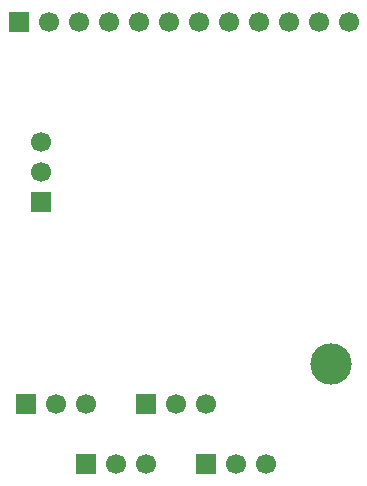
<source format=gbr>
G04 DipTrace 4.0.0.2*
G04 BottomMask.gbr*
%MOIN*%
G04 #@! TF.FileFunction,Soldermask,Bot*
G04 #@! TF.Part,Single*
%ADD24C,0.137795*%
%ADD31C,0.066935*%
%ADD33R,0.066935X0.066935*%
%FSLAX26Y26*%
G04*
G70*
G90*
G75*
G01*
G04 BotMask*
%LPD*%
D33*
X548921Y1368803D3*
D31*
Y1468803D3*
Y1568803D3*
D33*
X498921Y693803D3*
D31*
X598921D3*
X698921D3*
D33*
X473916Y1968803D3*
D31*
X573916D3*
X673916D3*
X773916D3*
X873916D3*
X973916D3*
X1073916D3*
X1173916D3*
X1273907D3*
X1373907D3*
X1473907D3*
X1573907D3*
D24*
X1516047Y827071D3*
D33*
X698921Y493803D3*
D31*
X798921D3*
X898921D3*
D33*
Y693803D3*
D31*
X998921D3*
X1098921D3*
D33*
Y493803D3*
D31*
X1198921D3*
X1298921D3*
M02*

</source>
